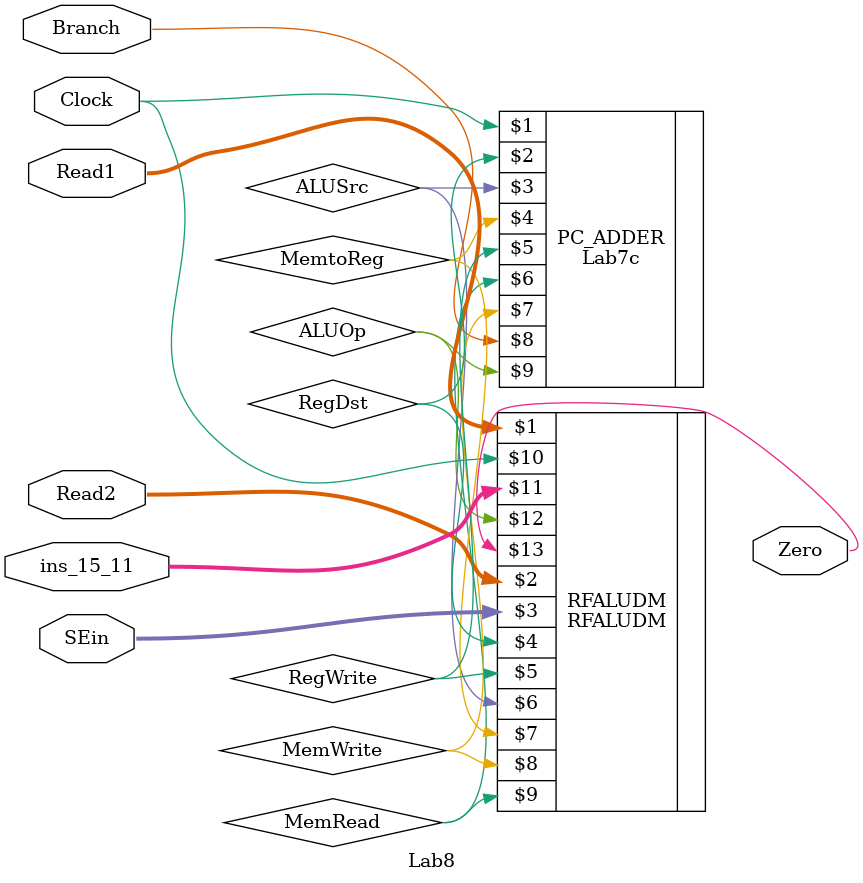
<source format=v>
`timescale 1ns / 1ps
	module Lab8(Clock, Branch, Read1, Read2, SEin, ins_15_11, Zero);
	
	input Clock;
	input Branch;
	
	input [4:0] Read1;
	input [4:0] Read2;	
	
	input [15:0] SEin;
	input [4:0] ins_15_11;
	
	//wire [31:0] InstructionOut;
	wire RegDst;
	wire RegWrite;
	wire ALUSrc;
	wire MemtoReg;
	wire MemWrite;
	wire MemRead;
	wire ALUOp;
	
	output Zero;
	
	Lab7c PC_ADDER(Clock, RegDst, ALUSrc, MemtoReg, RegWrite, MemRead, MemWrite, Branch, ALUOp);
	RFALUDM RFALUDM(Read1, Read2, SEin, RegDst, RegWrite, ALUSrc, MemtoReg, MemWrite, MemRead, Clock, ins_15_11, ALUOp, Zero);

endmodule

</source>
